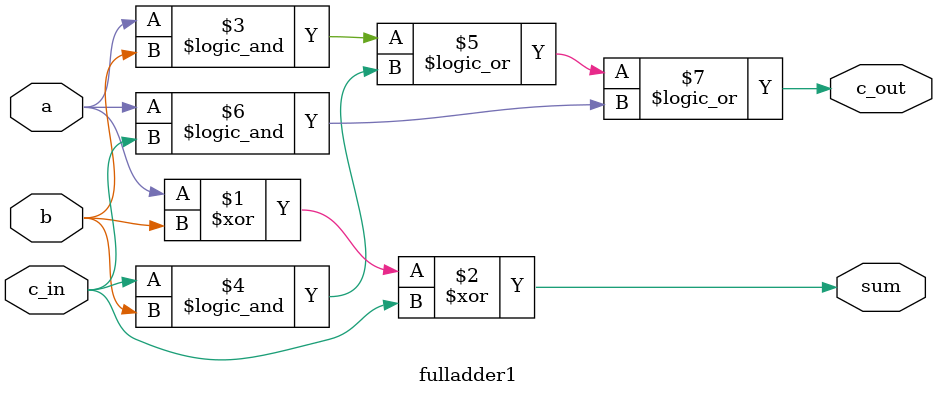
<source format=v>
`timescale 1ns / 1ps


module fulladder1(
    input a,
    input b,
    input c_in,
    output sum,
    output c_out
    );
    assign sum = a^b^c_in;
assign c_out = (a && b) || (c_in && b) || (a && c_in);

endmodule

</source>
